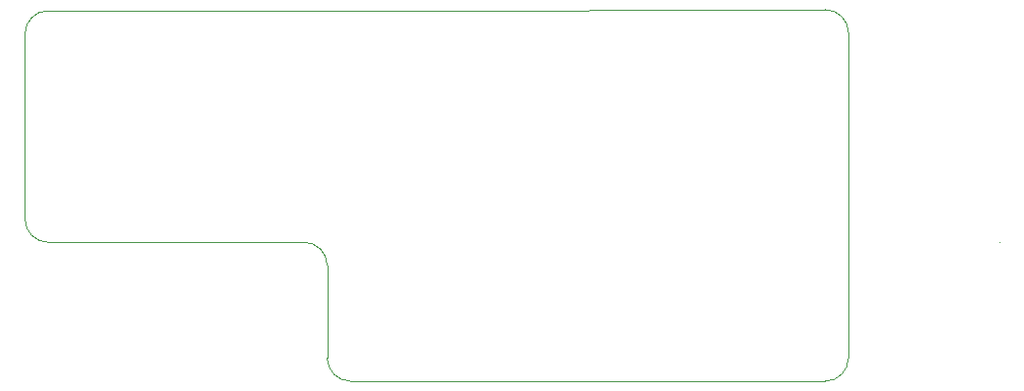
<source format=gbr>
G04 #@! TF.GenerationSoftware,KiCad,Pcbnew,6.0.7-1.fc35*
G04 #@! TF.CreationDate,2022-09-05T19:08:22-05:00*
G04 #@! TF.ProjectId,rpi-adapter,7270692d-6164-4617-9074-65722e6b6963,rev?*
G04 #@! TF.SameCoordinates,Original*
G04 #@! TF.FileFunction,Profile,NP*
%FSLAX46Y46*%
G04 Gerber Fmt 4.6, Leading zero omitted, Abs format (unit mm)*
G04 Created by KiCad (PCBNEW 6.0.7-1.fc35) date 2022-09-05 19:08:22*
%MOMM*%
%LPD*%
G01*
G04 APERTURE LIST*
G04 #@! TA.AperFunction,Profile*
%ADD10C,0.100000*%
G04 #@! TD*
G04 APERTURE END LIST*
D10*
X145000000Y-97000000D02*
X145000000Y-95000000D01*
X144999987Y-68914213D02*
G75*
G03*
X143000000Y-66914213I-1999987J13D01*
G01*
X100000000Y-97000000D02*
G75*
G03*
X102000000Y-99000000I2000000J0D01*
G01*
X143000000Y-99000000D02*
G75*
G03*
X145000000Y-97000000I0J2000000D01*
G01*
X75914214Y-67000000D02*
X87000000Y-67000000D01*
X75914214Y-87000000D02*
X87000000Y-87000000D01*
X102000000Y-67000000D02*
X143000000Y-66914214D01*
X73914214Y-72585787D02*
X73914214Y-69000000D01*
X145000000Y-72500000D02*
X145000000Y-79414213D01*
X73914214Y-85000000D02*
X73914214Y-72585787D01*
X158000000Y-87000000D02*
X158000000Y-87000000D01*
X145000000Y-68914213D02*
X145000000Y-72500000D01*
X100000000Y-97000000D02*
X100000000Y-95000000D01*
X75914214Y-67000014D02*
G75*
G03*
X73914214Y-69000000I-14J-1999986D01*
G01*
X100000000Y-89000000D02*
G75*
G03*
X98000000Y-87000000I-2000000J0D01*
G01*
X145000000Y-79414213D02*
X145000000Y-89000000D01*
X145000000Y-95000000D02*
X145000000Y-89000000D01*
X73914200Y-85000000D02*
G75*
G03*
X75914214Y-87000000I2000000J0D01*
G01*
X100000000Y-95000000D02*
X100000000Y-89000000D01*
X87000000Y-67000000D02*
X98000000Y-67000000D01*
X87000000Y-87000000D02*
X98000000Y-87000000D01*
X98000000Y-67000000D02*
X102000000Y-67000000D01*
X102000000Y-99000000D02*
X143000000Y-99000000D01*
M02*

</source>
